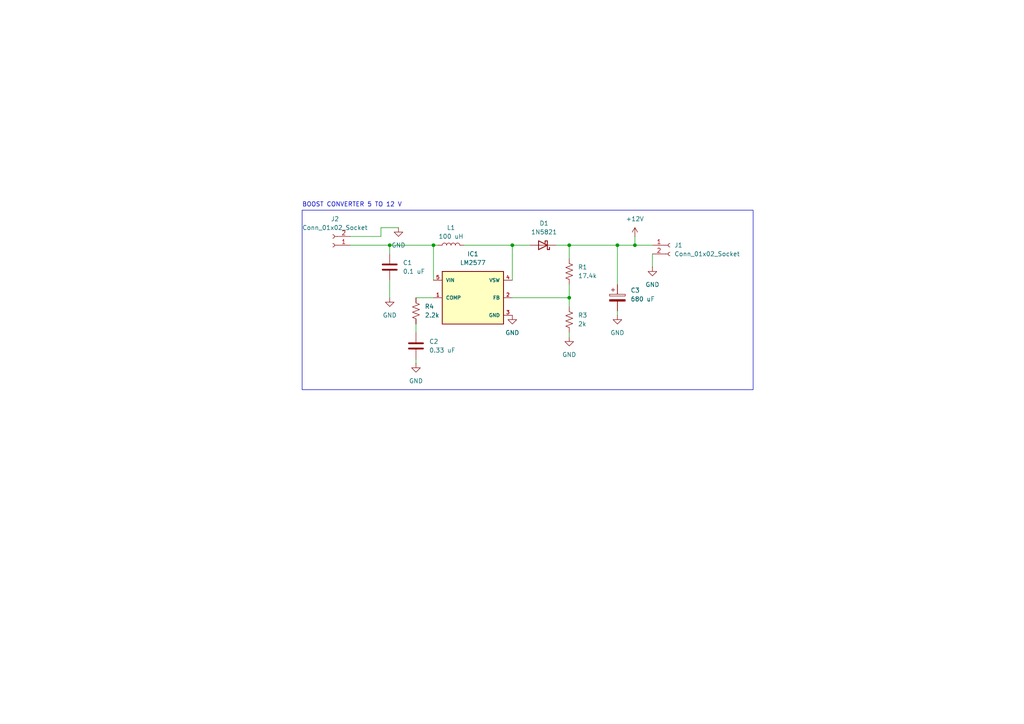
<source format=kicad_sch>
(kicad_sch (version 20231120) (generator "eeschema") (generator_version "8.0")
  (paper "A4")
  (lib_symbols
    (symbol "Connector:Conn_01x02_Socket" (pin_names (offset 1.016) hide)
      (property "Reference" "J" (at 0 2.54 0))
      (property "Value" "Conn_01x02_Socket" (at 0 -5.08 0))
      (symbol "Conn_01x02_Socket_1_1"
        (arc (start 0 -2.032) (mid -0.5058 -2.54) (end 0 -3.048) (stroke (width 0.1524)))
        (polyline (pts (xy -1.27 -2.54) (xy -0.508 -2.54)) (stroke (width 0.1524)))
        (polyline (pts (xy -1.27 0) (xy -0.508 0)) (stroke (width 0.1524)))
        (arc (start 0 0.508) (mid -0.5058 0) (end 0 -0.508) (stroke (width 0.1524)))
        (pin passive line (at -5.08 0 0) (length 3.81) (name "Pin_1") (number "1"))
        (pin passive line (at -5.08 -2.54 0) (length 3.81) (name "Pin_2") (number "2"))
      )
    )
    (symbol "Device:C" (pin_numbers hide) (pin_names (offset 0.254))
      (property "Reference" "C" (at 0.635 2.54 0))
      (property "Value" "C" (at 0.635 -2.54 0))
      (symbol "C_0_1"
        (polyline (pts (xy -2.032 -0.762) (xy 2.032 -0.762)) (stroke (width 0.508)))
        (polyline (pts (xy -2.032 0.762) (xy 2.032 0.762)) (stroke (width 0.508)))
      )
      (symbol "C_1_1"
        (pin passive line (at 0 3.81 270) (length 2.794) (name "~") (number "1"))
        (pin passive line (at 0 -3.81 90) (length 2.794) (name "~") (number "2"))
      )
    )
    (symbol "Device:C_Polarized" (pin_numbers hide) (pin_names (offset 0.254))
      (property "Reference" "C" (at 0.635 2.54 0))
      (property "Value" "C_Polarized" (at 0.635 -2.54 0))
      (symbol "C_Polarized_0_1"
        (rectangle (start -2.286 0.508) (end 2.286 1.016))
        (polyline (pts (xy -1.778 2.286) (xy -0.762 2.286)))
        (polyline (pts (xy -1.27 2.794) (xy -1.27 1.778)))
        (rectangle (start 2.286 -0.508) (end -2.286 -1.016) (fill (type outline)))
      )
      (symbol "C_Polarized_1_1"
        (pin passive line (at 0 3.81 270) (length 2.794) (name "~") (number "1"))
        (pin passive line (at 0 -3.81 90) (length 2.794) (name "~") (number "2"))
      )
    )
    (symbol "Device:L" (pin_numbers hide) (pin_names (offset 1.016) hide)
      (property "Reference" "L" (at -1.27 0 90))
      (property "Value" "L" (at 1.905 0 90))
      (symbol "L_0_1"
        (arc (start 0 -2.54) (mid 0.6323 -1.905) (end 0 -1.27))
        (arc (start 0 -1.27) (mid 0.6323 -0.635) (end 0 0))
        (arc (start 0 0) (mid 0.6323 0.635) (end 0 1.27))
        (arc (start 0 1.27) (mid 0.6323 1.905) (end 0 2.54))
      )
      (symbol "L_1_1"
        (pin passive line (at 0 3.81 270) (length 1.27) (name "1") (number "1"))
        (pin passive line (at 0 -3.81 90) (length 1.27) (name "2") (number "2"))
      )
    )
    (symbol "Device:R_US" (pin_numbers hide) (pin_names (offset 0))
      (property "Reference" "R" (at 2.54 0 90))
      (property "Value" "R_US" (at -2.54 0 90))
      (symbol "R_US_0_1"
        (polyline (pts (xy 0 -2.286) (xy 0 -2.54)))
        (polyline (pts (xy 0 2.286) (xy 0 2.54)))
        (polyline (pts (xy 0 -0.762) (xy 1.016 -1.143) (xy 0 -1.524) (xy -1.016 -1.905) (xy 0 -2.286)))
        (polyline (pts (xy 0 0.762) (xy 1.016 0.381) (xy 0 0) (xy -1.016 -0.381) (xy 0 -0.762)))
        (polyline (pts (xy 0 2.286) (xy 1.016 1.905) (xy 0 1.524) (xy -1.016 1.143) (xy 0 0.762)))
      )
      (symbol "R_US_1_1"
        (pin passive line (at 0 3.81 270) (length 1.27) (name "~") (number "1"))
        (pin passive line (at 0 -3.81 90) (length 1.27) (name "~") (number "2"))
      )
    )
    (symbol "Diode:1N5821" (pin_numbers hide) (pin_names (offset 1.016) hide)
      (property "Reference" "D" (at 0 2.54 0))
      (property "Value" "1N5821" (at 0 -2.54 0))
      (symbol "1N5821_0_1"
        (polyline (pts (xy 1.27 0) (xy -1.27 0)))
        (polyline (pts (xy 1.27 1.27) (xy 1.27 -1.27) (xy -1.27 0) (xy 1.27 1.27)) (stroke (width 0.254)))
        (polyline (pts (xy -1.905 0.635) (xy -1.905 1.27) (xy -1.27 1.27) (xy -1.27 -1.27) (xy -0.635 -1.27) (xy -0.635 -0.635)) (stroke (width 0.254)))
      )
      (symbol "1N5821_1_1"
        (pin passive line (at -3.81 0 0) (length 2.54) (name "K") (number "1"))
        (pin passive line (at 3.81 0 180) (length 2.54) (name "A") (number "2"))
      )
    )
    (symbol "LM2577:LM2577" (pin_names (offset 1.016))
      (property "Reference" "IC" (at -7.6227 8.283 0))
      (property "Value" "LM2577" (at -7.6346 -10.1795 0))
      (symbol "LM2577_0_0"
        (rectangle (start -7.62 -7.62) (end 10.16 7.62) (stroke (width 0.254)) (fill (type background)))
        (pin passive line (at -10.16 0 0) (length 2.54) (name "COMP") (number "1"))
        (pin input line (at 12.7 0 180) (length 2.54) (name "FB") (number "2"))
        (pin power_in line (at 12.7 -5.08 180) (length 2.54) (name "GND") (number "3"))
        (pin bidirectional line (at 12.7 5.08 180) (length 2.54) (name "VSW") (number "4"))
        (pin power_in line (at -10.16 5.08 0) (length 2.54) (name "VIN") (number "5"))
      )
    )
    (symbol "power:+12V" (power) (pin_numbers hide) (pin_names (offset 0) hide)
      (property "Value" "+12V" (at 0 3.556 0))
      (symbol "+12V_0_1"
        (polyline (pts (xy -0.762 1.27) (xy 0 2.54)))
        (polyline (pts (xy 0 0) (xy 0 2.54)))
        (polyline (pts (xy 0 2.54) (xy 0.762 1.27)))
      )
      (symbol "+12V_1_1"
        (pin power_in line (at 0 0 90) (length 0) (name "~") (number "1"))
      )
    )
    (symbol "power:GND" (power) (pin_numbers hide) (pin_names (offset 0) hide)
      (property "Value" "GND" (at 0 -3.81 0))
      (symbol "GND_0_1"
        (polyline (pts (xy 0 0) (xy 0 -1.27) (xy 1.27 -1.27) (xy 0 -2.54) (xy -1.27 -1.27) (xy 0 -1.27)))
      )
      (symbol "GND_1_1"
        (pin power_in line (at 0 0 270) (length 0) (name "~") (number "1"))
      )
    )
  )
  (junction (at 165.1 86.36))
  (junction (at 113.03 71.12))
  (junction (at 179.07 71.12))
  (junction (at 184.15 71.12))
  (junction (at 125.73 71.12))
  (junction (at 148.59 71.12))
  (junction (at 165.1 71.12))
  (wire (pts (xy 125.73 71.12) (xy 125.73 81.28)))
  (wire (pts (xy 161.29 71.12) (xy 165.1 71.12)))
  (wire (pts (xy 101.6 71.12) (xy 113.03 71.12)))
  (wire (pts (xy 179.07 71.12) (xy 165.1 71.12)))
  (wire (pts (xy 165.1 82.55) (xy 165.1 86.36)))
  (wire (pts (xy 165.1 88.9) (xy 165.1 86.36)))
  (wire (pts (xy 148.59 71.12) (xy 148.59 81.28)))
  (wire (pts (xy 134.62 71.12) (xy 148.59 71.12)))
  (wire (pts (xy 148.59 86.36) (xy 165.1 86.36)))
  (wire (pts (xy 184.15 71.12) (xy 189.23 71.12)))
  (wire (pts (xy 189.23 73.66) (xy 189.23 77.47)))
  (wire (pts (xy 120.65 93.98) (xy 120.65 96.52)))
  (wire (pts (xy 120.65 86.36) (xy 125.73 86.36)))
  (wire (pts (xy 184.15 71.12) (xy 179.07 71.12)))
  (wire (pts (xy 113.03 73.66) (xy 113.03 71.12)))
  (wire (pts (xy 165.1 96.52) (xy 165.1 97.79)))
  (wire (pts (xy 165.1 71.12) (xy 165.1 74.93)))
  (wire (pts (xy 179.07 90.17) (xy 179.07 91.44)))
  (wire (pts (xy 179.07 82.55) (xy 179.07 71.12)))
  (wire (pts (xy 113.03 71.12) (xy 125.73 71.12)))
  (wire (pts (xy 120.65 104.14) (xy 120.65 105.41)))
  (wire (pts (xy 110.49 68.58) (xy 101.6 68.58)))
  (wire (pts (xy 110.49 66.04) (xy 115.57 66.04)))
  (wire (pts (xy 113.03 81.28) (xy 113.03 86.36)))
  (wire (pts (xy 184.15 68.58) (xy 184.15 71.12)))
  (wire (pts (xy 125.73 71.12) (xy 127 71.12)))
  (wire (pts (xy 148.59 71.12) (xy 153.67 71.12)))
  (wire (pts (xy 110.49 66.04) (xy 110.49 68.58)))
  (rectangle (start 87.63 60.96) (end 218.44 113.03))
  (text "BOOST CONVERTER 5 TO 12 V\n" (at 102.108 59.436 0) (effects (font (size 1.27 1.27))))
  (symbol (lib_id "power:GND") (at 113.03 86.36 0) (unit 1)
    (property "Reference" "#PWR01" (effects (hide yes)))
    (property "Value" "GND" (at 113.03 91.44 0))
    (property "Description" "Power symbol creates a global label with name \"GND\" , ground" (effects (hide yes)))
  )
  (symbol (lib_id "Device:C") (at 120.65 100.33 0) (unit 1)
    (property "Reference" "C2" (at 124.46 99.0599 0) (effects (justify left)))
    (property "Value" "0.33 uF" (at 124.46 101.5999 0) (effects (justify left)))
    (property "Footprint" "Library:CAP_EEEFK1C101V" (effects (hide yes)))
    (property "Description" "Unpolarized capacitor" (effects (hide yes)))
  )
  (symbol (lib_id "power:GND") (at 165.1 97.79 0) (unit 1)
    (property "Reference" "#PWR04" (effects (hide yes)))
    (property "Value" "GND" (at 165.1 102.87 0))
    (property "Description" "Power symbol creates a global label with name \"GND\" , ground" (effects (hide yes)))
  )
  (symbol (lib_id "power:GND") (at 148.59 91.44 0) (unit 1)
    (property "Reference" "#PWR03" (effects (hide yes)))
    (property "Value" "GND" (at 148.59 96.52 0))
    (property "Description" "Power symbol creates a global label with name \"GND\" , ground" (effects (hide yes)))
  )
  (symbol (lib_id "Device:R_US") (at 165.1 92.71 0) (unit 1)
    (property "Reference" "R3" (at 167.64 91.4399 0) (effects (justify left)))
    (property "Value" "2k" (at 167.64 93.9799 0) (effects (justify left)))
    (property "Footprint" "Resistor_SMD:R_0805_2012Metric" (effects (hide yes)))
    (property "Description" "Resistor, US symbol" (effects (hide yes)))
  )
  (symbol (lib_id "Device:L") (at 130.81 71.12 90) (unit 1)
    (property "Reference" "L1" (at 130.81 66.04 90))
    (property "Value" "100 uH" (at 130.81 68.58 90))
    (property "Footprint" "SRR1260-330M:INDP125125X600N" (effects (hide yes)))
    (property "Description" "Inductor" (effects (hide yes)))
  )
  (symbol (lib_id "LM2577:LM2577") (at 135.89 86.36 0) (unit 1)
    (property "Reference" "IC1" (at 137.16 73.66 0))
    (property "Value" "LM2577" (at 137.16 76.2 0))
    (property "Footprint" "Library:TO263-5" (effects (hide yes)))
    (property "MF" "Texas Instruments" (effects (hide yes)))
    (property "Description_1" "\n                        \n                            Boost, Flyback, Forward Converter Switching Regulator IC Positive or Negative Adjustable 1.23V 1 Output 3A (Switch) TO-263-6, D²Pak (5 Leads + Tab), TO-263BA\n                        \n" (effects (hide yes)))
    (property "Package" "TO-263 Texas Instruments" (effects (hide yes)))
    (property "Price" "None" (effects (hide yes)))
    (property "SnapEDA_Link" "https://www.snapeda.com/parts/LM2577/Texas+Instruments/view-part/?ref=snap" (effects (hide yes)))
    (property "MP" "LM2577" (effects (hide yes)))
    (property "Availability" "Not in stock" (effects (hide yes)))
    (property "Check_prices" "https://www.snapeda.com/parts/LM2577/Texas+Instruments/view-part/?ref=eda" (effects (hide yes)))
  )
  (symbol (lib_id "power:+12V") (at 184.15 68.58 0) (unit 1)
    (property "Reference" "#PWR07" (effects (hide yes)))
    (property "Value" "+12V" (at 184.15 63.5 0))
    (property "Description" "Power symbol creates a global label with name \"+12V\"" (effects (hide yes)))
  )
  (symbol (lib_id "power:GND") (at 115.57 66.04 0) (unit 1)
    (property "Reference" "#PWR09" (effects (hide yes)))
    (property "Value" "GND" (at 115.57 71.12 0))
    (property "Description" "Power symbol creates a global label with name \"GND\" , ground" (effects (hide yes)))
  )
  (symbol (lib_id "power:GND") (at 120.65 105.41 0) (unit 1)
    (property "Reference" "#PWR02" (effects (hide yes)))
    (property "Value" "GND" (at 120.65 110.49 0))
    (property "Description" "Power symbol creates a global label with name \"GND\" , ground" (effects (hide yes)))
  )
  (symbol (lib_id "Device:C_Polarized") (at 179.07 86.36 0) (unit 1)
    (property "Reference" "C3" (at 182.88 84.2009 0) (effects (justify left)))
    (property "Value" "680 uF" (at 182.88 86.7409 0) (effects (justify left)))
    (property "Footprint" "Library:CAP_EEEFK1C101V" (effects (hide yes)))
    (property "Description" "Polarized capacitor" (effects (hide yes)))
  )
  (symbol (lib_id "power:GND") (at 179.07 91.44 0) (unit 1)
    (property "Reference" "#PWR05" (effects (hide yes)))
    (property "Value" "GND" (at 179.07 96.52 0))
    (property "Description" "Power symbol creates a global label with name \"GND\" , ground" (effects (hide yes)))
  )
  (symbol (lib_id "Device:C") (at 113.03 77.47 0) (unit 1)
    (property "Reference" "C1" (at 116.84 76.1999 0) (effects (justify left)))
    (property "Value" "0.1 uF" (at 116.84 78.7399 0) (effects (justify left)))
    (property "Footprint" "Library:CAP_EEEFK1C101V" (effects (hide yes)))
    (property "Description" "Unpolarized capacitor" (effects (hide yes)))
  )
  (symbol (lib_id "Connector:Conn_01x02_Socket") (at 194.31 71.12 0) (unit 1)
    (property "Reference" "J1" (at 195.58 71.1199 0) (effects (justify left)))
    (property "Value" "Conn_01x02_Socket" (at 195.58 73.6599 0) (effects (justify left)))
    (property "Footprint" "Connector_Phoenix_GMSTB:PhoenixContact_GMSTBA_2,5_2-G-7,62_1x02_P7.62mm_Horizontal" (effects (hide yes)))
    (property "Description" "Generic connector, single row, 01x02, script generated" (effects (hide yes)))
  )
  (symbol (lib_id "Device:R_US") (at 165.1 78.74 0) (unit 1)
    (property "Reference" "R1" (at 167.64 77.4699 0) (effects (justify left)))
    (property "Value" "17.4k" (at 167.64 80.0099 0) (effects (justify left)))
    (property "Footprint" "Resistor_SMD:R_0805_2012Metric" (effects (hide yes)))
    (property "Description" "Resistor, US symbol" (effects (hide yes)))
  )
  (symbol (lib_id "power:GND") (at 189.23 77.47 0) (unit 1)
    (property "Reference" "#PWR08" (effects (hide yes)))
    (property "Value" "GND" (at 189.23 82.55 0))
    (property "Description" "Power symbol creates a global label with name \"GND\" , ground" (effects (hide yes)))
  )
  (symbol (lib_id "Device:R_US") (at 120.65 90.17 0) (unit 1)
    (property "Reference" "R4" (at 123.19 88.8999 0) (effects (justify left)))
    (property "Value" "2.2k" (at 123.19 91.4399 0) (effects (justify left)))
    (property "Footprint" "Resistor_SMD:R_0805_2012Metric" (effects (hide yes)))
    (property "Description" "Resistor, US symbol" (effects (hide yes)))
  )
  (symbol (lib_id "Diode:1N5821") (at 157.48 71.12 180) (unit 1)
    (property "Reference" "D1" (at 157.7975 64.77 0))
    (property "Value" "1N5821" (at 157.7975 67.31 0))
    (property "Footprint" "Library:DIOM7959X265N" (effects (hide yes)))
    (property "Datasheet" "http://www.vishay.com/docs/88526/1n5820.pdf" (effects (hide yes)))
    (property "Description" "30V 3A Schottky Barrier Rectifier Diode, DO-201AD" (effects (hide yes)))
  )
  (symbol (lib_id "Connector:Conn_01x02_Socket") (at 96.52 71.12 180) (unit 1)
    (property "Reference" "J2" (at 97.155 63.5 0))
    (property "Value" "Conn_01x02_Socket" (at 97.155 66.04 0))
    (property "Footprint" "Connector_Phoenix_GMSTB:PhoenixContact_GMSTBA_2,5_2-G-7,62_1x02_P7.62mm_Horizontal" (effects (hide yes)))
    (property "Description" "Generic connector, single row, 01x02, script generated" (effects (hide yes)))
  )
)
</source>
